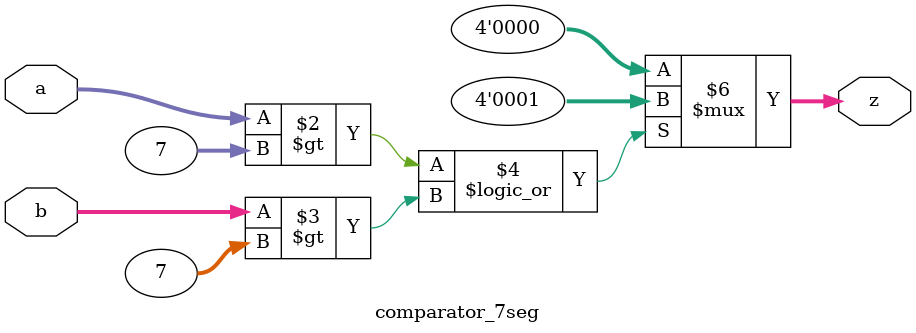
<source format=v>
module comparator_7seg (a, b, z);
	input [3:0] a, b; 	
	output reg [3:0] z; 
	
	always @(a, b)
	begin
	  if ((a > 7) || (b > 7))
		z = 1'b1;
	  else
		z = 1'b0;
	end
endmodule
</source>
